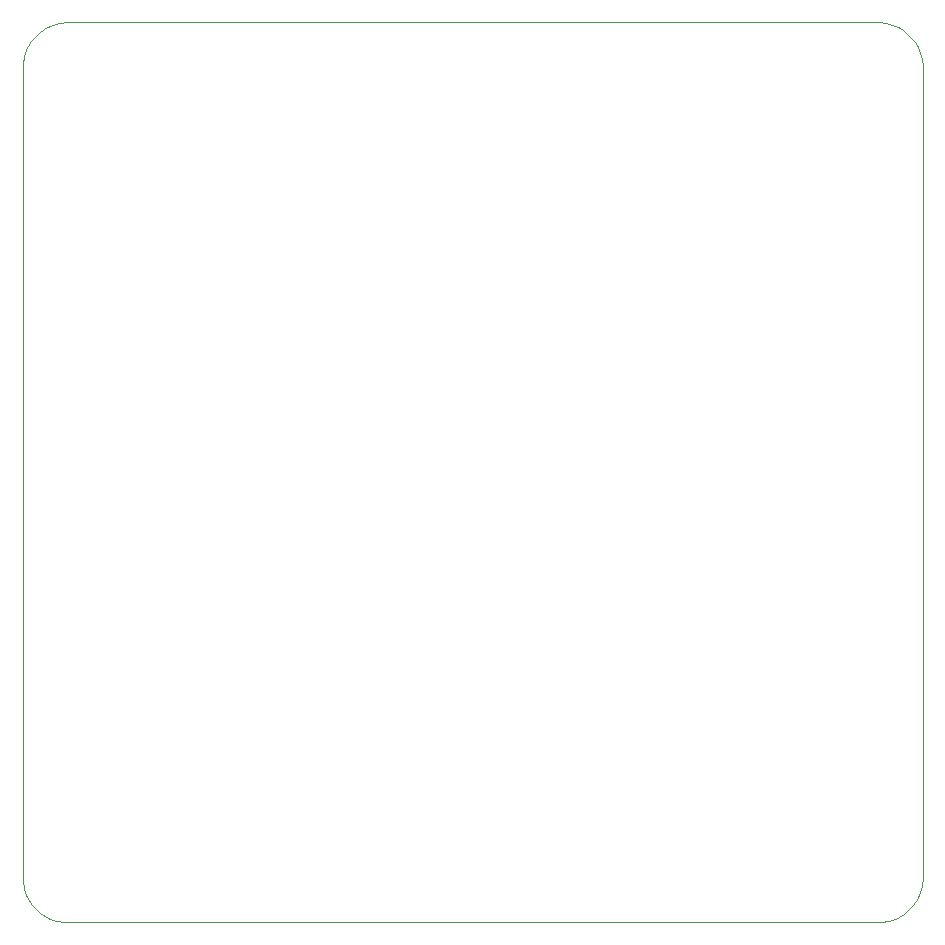
<source format=gko>
G04*
G04 #@! TF.GenerationSoftware,Altium Limited,Altium Designer,21.6.1 (37)*
G04*
G04 Layer_Color=16711935*
%FSLAX25Y25*%
%MOIN*%
G70*
G04*
G04 #@! TF.SameCoordinates,74F22BCE-0206-479F-BCF0-E4D5E1675BD9*
G04*
G04*
G04 #@! TF.FilePolarity,Positive*
G04*
G01*
G75*
%ADD68C,0.00100*%
D68*
X100000Y115000D02*
X100032Y114019D01*
X100128Y113042D01*
X100288Y112074D01*
X100511Y111118D01*
X100796Y110178D01*
X101142Y109260D01*
X101547Y108366D01*
X102010Y107500D01*
X102528Y106667D01*
X103100Y105869D01*
X103722Y105110D01*
X104393Y104393D01*
X105110Y103722D01*
X105869Y103100D01*
X106667Y102528D01*
X107500Y102010D01*
X108366Y101547D01*
X109260Y101142D01*
X110178Y100796D01*
X111118Y100511D01*
X112074Y100288D01*
X113042Y100128D01*
X114019Y100032D01*
X115000Y100000D01*
X385000D02*
X385981Y100032D01*
X386958Y100128D01*
X387926Y100288D01*
X388882Y100511D01*
X389822Y100796D01*
X390740Y101142D01*
X391634Y101547D01*
X392500Y102010D01*
X393334Y102528D01*
X394131Y103100D01*
X394890Y103722D01*
X395607Y104393D01*
X396278Y105110D01*
X396900Y105869D01*
X397472Y106667D01*
X397990Y107500D01*
X398453Y108366D01*
X398858Y109260D01*
X399204Y110178D01*
X399489Y111118D01*
X399712Y112074D01*
X399872Y113042D01*
X399968Y114019D01*
X400000Y115000D01*
Y385000D02*
X399968Y385981D01*
X399872Y386958D01*
X399712Y387926D01*
X399489Y388882D01*
X399204Y389822D01*
X398858Y390740D01*
X398453Y391634D01*
X397990Y392500D01*
X397472Y393334D01*
X396900Y394131D01*
X396278Y394890D01*
X395607Y395607D01*
X394890Y396278D01*
X394131Y396900D01*
X393334Y397472D01*
X392500Y397990D01*
X391634Y398453D01*
X390740Y398858D01*
X389822Y399204D01*
X388882Y399489D01*
X387926Y399712D01*
X386958Y399872D01*
X385981Y399968D01*
X385000Y400000D01*
X115000D02*
X114019Y399968D01*
X113042Y399872D01*
X112074Y399712D01*
X111118Y399489D01*
X110178Y399204D01*
X109260Y398858D01*
X108366Y398453D01*
X107500Y397990D01*
X106667Y397472D01*
X105869Y396900D01*
X105110Y396278D01*
X104393Y395607D01*
X103722Y394890D01*
X103100Y394131D01*
X102528Y393334D01*
X102010Y392500D01*
X101547Y391634D01*
X101142Y390740D01*
X100796Y389822D01*
X100511Y388882D01*
X100288Y387926D01*
X100128Y386958D01*
X100032Y385981D01*
X100000Y385000D01*
X115000Y100000D02*
X385000D01*
X100000Y115000D02*
Y385000D01*
X400000Y115000D02*
Y385000D01*
X115000Y400000D02*
X385000D01*
M02*

</source>
